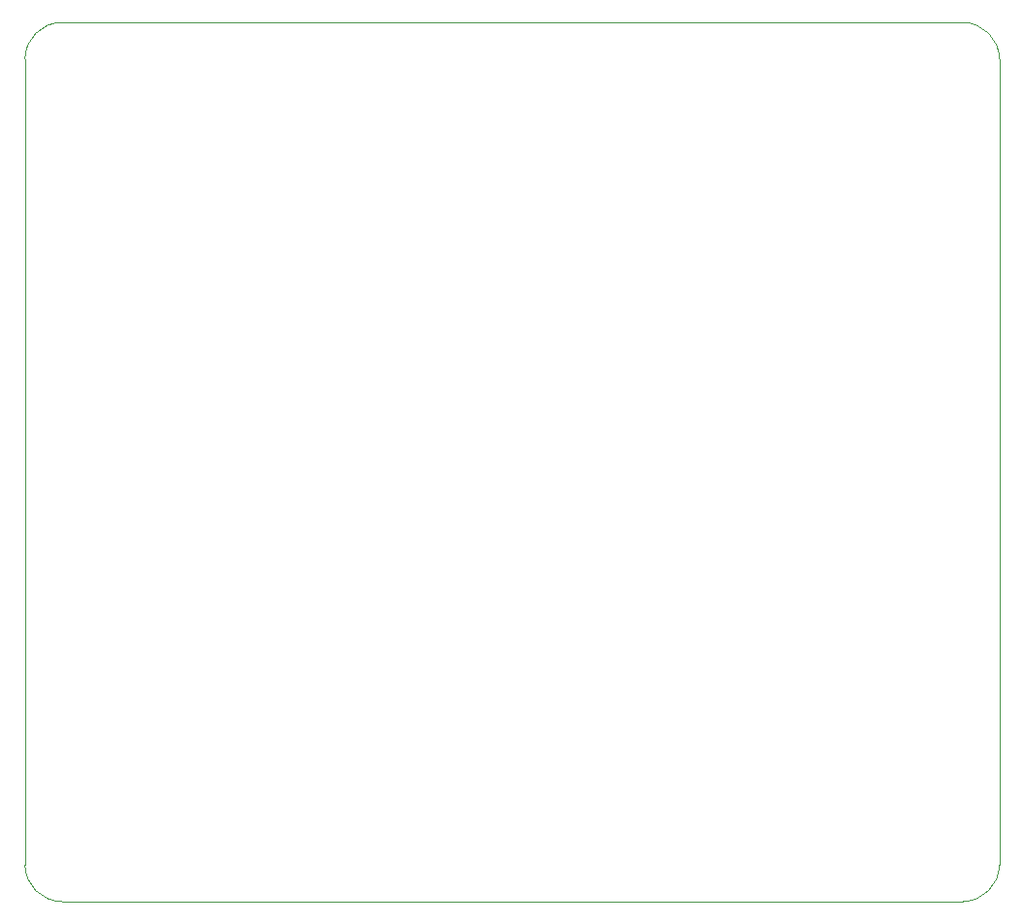
<source format=gm1>
%TF.GenerationSoftware,KiCad,Pcbnew,(7.0.0)*%
%TF.CreationDate,2023-03-12T18:50:35+09:00*%
%TF.ProjectId,TangNano_PmodBase,54616e67-4e61-46e6-9f5f-506d6f644261,rev?*%
%TF.SameCoordinates,Original*%
%TF.FileFunction,Profile,NP*%
%FSLAX46Y46*%
G04 Gerber Fmt 4.6, Leading zero omitted, Abs format (unit mm)*
G04 Created by KiCad (PCBNEW (7.0.0)) date 2023-03-12 18:50:35*
%MOMM*%
%LPD*%
G01*
G04 APERTURE LIST*
%TA.AperFunction,Profile*%
%ADD10C,0.100000*%
%TD*%
G04 APERTURE END LIST*
D10*
X71500000Y-101800000D02*
G75*
G03*
X74700000Y-105000000I3200000J0D01*
G01*
X153300000Y-105000000D02*
G75*
G03*
X156500000Y-101800000I0J3200000D01*
G01*
X156500000Y-31530000D02*
G75*
G03*
X153300000Y-28330000I-3200000J0D01*
G01*
X74700000Y-28330000D02*
X153300000Y-28330000D01*
X74700000Y-28330000D02*
G75*
G03*
X71500000Y-31530000I0J-3200000D01*
G01*
X74700000Y-105000000D02*
X153300000Y-105000000D01*
X71500000Y-101800000D02*
X71500000Y-31530000D01*
X156500000Y-31530000D02*
X156500000Y-101800000D01*
M02*

</source>
